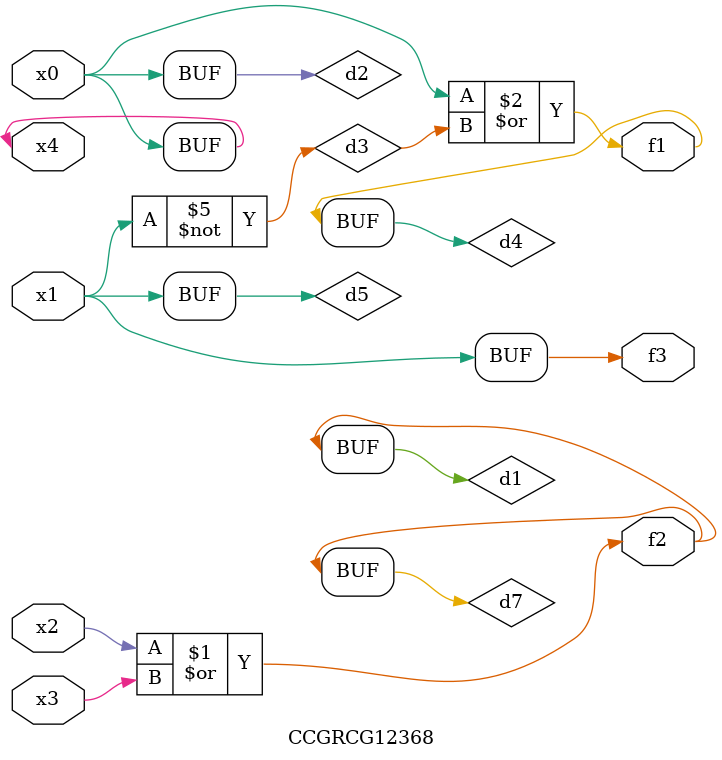
<source format=v>
module CCGRCG12368(
	input x0, x1, x2, x3, x4,
	output f1, f2, f3
);

	wire d1, d2, d3, d4, d5, d6, d7;

	or (d1, x2, x3);
	buf (d2, x0, x4);
	not (d3, x1);
	or (d4, d2, d3);
	not (d5, d3);
	nand (d6, d1, d3);
	or (d7, d1);
	assign f1 = d4;
	assign f2 = d7;
	assign f3 = d5;
endmodule

</source>
